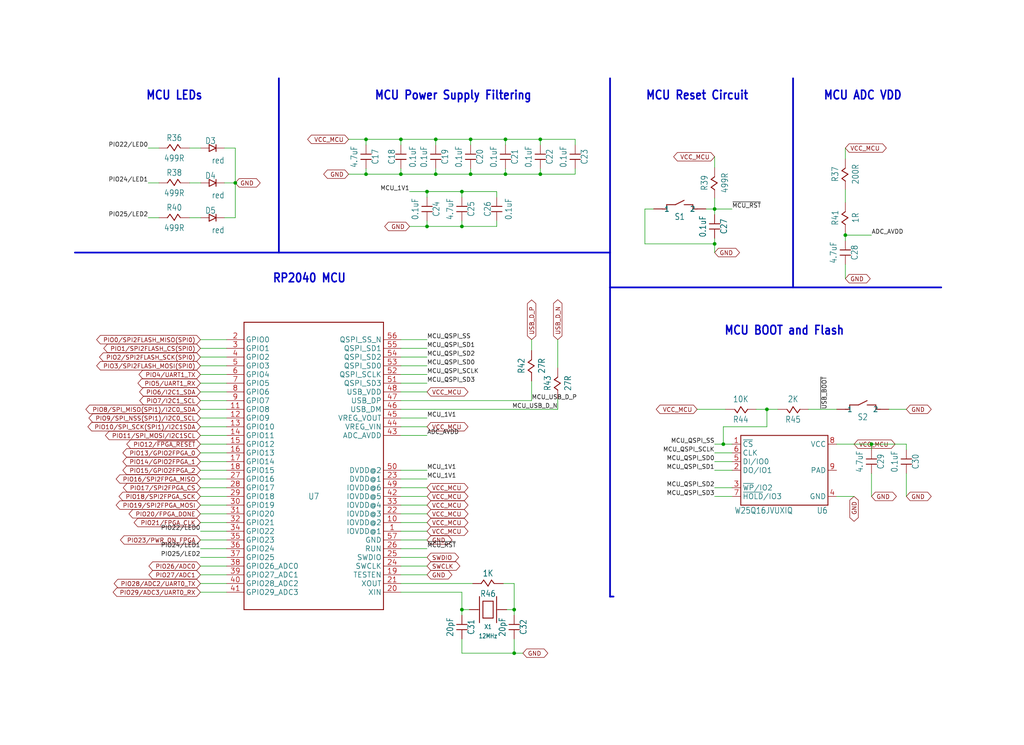
<source format=kicad_sch>
(kicad_sch (version 20250114) (generator "eeschema") (generator_version "9.0")
  (paper "User" 298.45 217.322)
  (lib_symbols
    (symbol "elasticnode_tiny-eagle-import:connectors_TACTILE-SWITCH"
      (property "Reference" "S" (at 0 -3.81 0))
      (symbol "connectors_TACTILE-SWITCH_1_0"
        (polyline (pts (xy -5.08 -2.54) (xy -3.81 -2.54)) (stroke (width 0.254)))
        (polyline (pts (xy -3.81 -1.27) (xy -1.27 -1.27)) (stroke (width 0.254)))
        (polyline (pts (xy -3.81 -2.54) (xy -3.81 -1.27)) (stroke (width 0.254)))
        (polyline (pts (xy -1.27 -1.27) (xy 1.27 0)) (stroke (width 0.254)))
        (polyline (pts (xy 3.81 -1.27) (xy 1.27 -1.27)) (stroke (width 0.254)))
        (polyline (pts (xy 3.81 -2.54) (xy 3.81 -1.27)) (stroke (width 0.254)))
        (polyline (pts (xy 5.08 -2.54) (xy 3.81 -2.54)) (stroke (width 0.254)))
        (pin bidirectional line (at -7.62 -2.54 0) (length 2.54) (name "1") (number "1"))
        (pin bidirectional line (at -7.62 -2.54 0) (length 2.54) (name "1") (number "2"))
        (pin bidirectional line (at 7.62 -2.54 180) (length 2.54) (name "2") (number "3"))
        (pin bidirectional line (at 7.62 -2.54 180) (length 2.54) (name "2") (number "4"))
      )
    )
    (symbol "elasticnode_tiny-eagle-import:device_RP2040"
      (property "Reference" "U" (at -2.54 40.64 0))
      (symbol "device_RP2040_1_0"
        (polyline (pts (xy -20.32 45.72) (xy -20.32 -38.1)) (stroke (width 0.254)))
        (polyline (pts (xy -20.32 -38.1) (xy 20.32 -38.1)) (stroke (width 0.254)))
        (polyline (pts (xy 20.32 45.72) (xy -20.32 45.72)) (stroke (width 0.254)))
        (polyline (pts (xy 20.32 -38.1) (xy 20.32 45.72)) (stroke (width 0.254)))
        (pin bidirectional line (at -25.4 40.64 0) (length 5.08) (name "GPIO0") (number "2"))
        (pin bidirectional line (at -25.4 38.1 0) (length 5.08) (name "GPIO1") (number "3"))
        (pin bidirectional line (at -25.4 35.56 0) (length 5.08) (name "GPIO2") (number "4"))
        (pin bidirectional line (at -25.4 33.02 0) (length 5.08) (name "GPIO3") (number "5"))
        (pin bidirectional line (at -25.4 30.48 0) (length 5.08) (name "GPIO4") (number "6"))
        (pin bidirectional line (at -25.4 27.94 0) (length 5.08) (name "GPIO5") (number "7"))
        (pin bidirectional line (at -25.4 25.4 0) (length 5.08) (name "GPIO6") (number "8"))
        (pin bidirectional line (at -25.4 22.86 0) (length 5.08) (name "GPIO7") (number "9"))
        (pin bidirectional line (at -25.4 20.32 0) (length 5.08) (name "GPIO8") (number "11"))
        (pin bidirectional line (at -25.4 17.78 0) (length 5.08) (name "GPIO9") (number "12"))
        (pin bidirectional line (at -25.4 15.24 0) (length 5.08) (name "GPIO10") (number "13"))
        (pin bidirectional line (at -25.4 12.7 0) (length 5.08) (name "GPIO11") (number "14"))
        (pin bidirectional line (at -25.4 10.16 0) (length 5.08) (name "GPIO12") (number "15"))
        (pin bidirectional line (at -25.4 7.62 0) (length 5.08) (name "GPIO13") (number "16"))
        (pin bidirectional line (at -25.4 5.08 0) (length 5.08) (name "GPIO14") (number "17"))
        (pin bidirectional line (at -25.4 2.54 0) (length 5.08) (name "GPIO15") (number "18"))
        (pin bidirectional line (at -25.4 0 0) (length 5.08) (name "GPIO16") (number "27"))
        (pin bidirectional line (at -25.4 -2.54 0) (length 5.08) (name "GPIO17") (number "28"))
        (pin bidirectional line (at -25.4 -5.08 0) (length 5.08) (name "GPIO18") (number "29"))
        (pin bidirectional line (at -25.4 -7.62 0) (length 5.08) (name "GPIO19") (number "30"))
        (pin bidirectional line (at -25.4 -10.16 0) (length 5.08) (name "GPIO20") (number "31"))
        (pin bidirectional line (at -25.4 -12.7 0) (length 5.08) (name "GPIO21") (number "32"))
        (pin bidirectional line (at -25.4 -15.24 0) (length 5.08) (name "GPIO22") (number "34"))
        (pin bidirectional line (at -25.4 -17.78 0) (length 5.08) (name "GPIO23") (number "35"))
        (pin bidirectional line (at -25.4 -20.32 0) (length 5.08) (name "GPIO24") (number "36"))
        (pin bidirectional line (at -25.4 -22.86 0) (length 5.08) (name "GPIO25") (number "37"))
        (pin bidirectional line (at -25.4 -25.4 0) (length 5.08) (name "GPIO26_ADC0") (number "38"))
        (pin bidirectional line (at -25.4 -27.94 0) (length 5.08) (name "GPIO27_ADC1") (number "39"))
        (pin bidirectional line (at -25.4 -30.48 0) (length 5.08) (name "GPIO28_ADC2") (number "40"))
        (pin bidirectional line (at -25.4 -33.02 0) (length 5.08) (name "GPIO29_ADC3") (number "41"))
        (pin bidirectional line (at 25.4 40.64 180) (length 5.08) (name "QSPI_SS_N") (number "56"))
        (pin bidirectional line (at 25.4 38.1 180) (length 5.08) (name "QSPI_SD1") (number "55"))
        (pin bidirectional line (at 25.4 35.56 180) (length 5.08) (name "QSPI_SD2") (number "54"))
        (pin bidirectional line (at 25.4 33.02 180) (length 5.08) (name "QSPI_SD0") (number "53"))
        (pin bidirectional line (at 25.4 30.48 180) (length 5.08) (name "QSPI_SCLK") (number "52"))
        (pin bidirectional line (at 25.4 27.94 180) (length 5.08) (name "QSPI_SD3") (number "51"))
        (pin bidirectional line (at 25.4 25.4 180) (length 5.08) (name "USB_VDD") (number "48"))
        (pin bidirectional line (at 25.4 22.86 180) (length 5.08) (name "USB_DP") (number "47"))
        (pin bidirectional line (at 25.4 20.32 180) (length 5.08) (name "USB_DM") (number "46"))
        (pin bidirectional line (at 25.4 17.78 180) (length 5.08) (name "VREG_VOUT") (number "45"))
        (pin bidirectional line (at 25.4 15.24 180) (length 5.08) (name "VREG_VIN") (number "44"))
        (pin bidirectional line (at 25.4 12.7 180) (length 5.08) (name "ADC_AVDD") (number "43"))
        (pin bidirectional line (at 25.4 2.54 180) (length 5.08) (name "DVDD@2") (number "50"))
        (pin bidirectional line (at 25.4 0 180) (length 5.08) (name "DVDD@1") (number "23"))
        (pin bidirectional line (at 25.4 -2.54 180) (length 5.08) (name "IOVDD@6") (number "49"))
        (pin bidirectional line (at 25.4 -5.08 180) (length 5.08) (name "IOVDD@5") (number "42"))
        (pin bidirectional line (at 25.4 -7.62 180) (length 5.08) (name "IOVDD@4") (number "33"))
        (pin bidirectional line (at 25.4 -10.16 180) (length 5.08) (name "IOVDD@3") (number "22"))
        (pin bidirectional line (at 25.4 -12.7 180) (length 5.08) (name "IOVDD@2") (number "10"))
        (pin bidirectional line (at 25.4 -15.24 180) (length 5.08) (name "IOVDD@1") (number "1"))
        (pin bidirectional line (at 25.4 -17.78 180) (length 5.08) (name "GND") (number "57"))
        (pin bidirectional line (at 25.4 -20.32 180) (length 5.08) (name "RUN") (number "26"))
        (pin bidirectional line (at 25.4 -22.86 180) (length 5.08) (name "SWDIO") (number "25"))
        (pin bidirectional line (at 25.4 -25.4 180) (length 5.08) (name "SWCLK") (number "24"))
        (pin bidirectional line (at 25.4 -27.94 180) (length 5.08) (name "TESTEN") (number "19"))
        (pin bidirectional line (at 25.4 -30.48 180) (length 5.08) (name "XOUT") (number "21"))
        (pin bidirectional line (at 25.4 -33.02 180) (length 5.08) (name "XIN") (number "20"))
      )
    )
    (symbol "elasticnode_tiny-eagle-import:ic_W25Q16JVUXIQ"
      (property "Reference" "U" (at -12.7 -12.7 0))
      (symbol "ic_W25Q16JVUXIQ_1_0"
        (polyline (pts (xy -12.7 10.16) (xy 12.7 10.16)) (stroke (width 0.254)))
        (polyline (pts (xy -12.7 -10.16) (xy -12.7 10.16)) (stroke (width 0.254)))
        (polyline (pts (xy 12.7 10.16) (xy 12.7 -10.16)) (stroke (width 0.254)))
        (polyline (pts (xy 12.7 -10.16) (xy -12.7 -10.16)) (stroke (width 0.254)))
        (pin bidirectional line (at -15.24 7.62 0) (length 2.54) (name "VCC") (number "8"))
        (pin bidirectional line (at -15.24 0 0) (length 2.54) (name "PAD") (number "9"))
        (pin bidirectional line (at -15.24 -7.62 0) (length 2.54) (name "GND") (number "4"))
        (pin input line (at 15.24 7.62 180) (length 2.54) (name "~{CS}") (number "1"))
        (pin input line (at 15.24 5.08 180) (length 2.54) (name "CLK") (number "6"))
        (pin bidirectional line (at 15.24 2.54 180) (length 2.54) (name "DI/IO0") (number "5"))
        (pin bidirectional line (at 15.24 0 180) (length 2.54) (name "DO/IO1") (number "2"))
        (pin bidirectional line (at 15.24 -5.08 180) (length 2.54) (name "~{WP}/IO2") (number "3"))
        (pin bidirectional line (at 15.24 -7.62 180) (length 2.54) (name "~{HOLD}/IO3") (number "7"))
      )
    )
    (symbol "elasticnode_tiny-eagle-import:opto_LED0402"
      (property "Reference" "D" (at -3 2 0))
      (symbol "opto_LED0402_1_0"
        (polyline (pts (xy -1 1) (xy -1 -1)) (stroke (width 0.254)))
        (polyline (pts (xy -1 -1) (xy 1 0)) (stroke (width 0.254)))
        (polyline (pts (xy 1 1) (xy 1 0)) (stroke (width 0.254)))
        (polyline (pts (xy 1 0) (xy -1 1)) (stroke (width 0.254)))
        (polyline (pts (xy 1 0) (xy 1 -1)) (stroke (width 0.254)))
        (pin bidirectional line (at -3.46 0 0) (length 2.54) (name "1") (number "1"))
        (pin bidirectional line (at 3.46 0 180) (length 2.54) (name "2") (number "2"))
      )
    )
    (symbol "elasticnode_tiny-eagle-import:passive_CAPACITOR0402"
      (property "Reference" "C" (at 0 1.714 0))
      (symbol "passive_CAPACITOR0402_1_0"
        (polyline (pts (xy -0.762 1.524) (xy -0.762 -1.524)) (stroke (width 0.254)))
        (polyline (pts (xy 0.762 -1.524) (xy 0.762 1.524)) (stroke (width 0.254)))
        (pin bidirectional line (at -3.46 0 0) (length 2.54) (name "P$1") (number "1"))
        (pin bidirectional line (at 3.46 0 180) (length 2.54) (name "P$2") (number "2"))
      )
    )
    (symbol "elasticnode_tiny-eagle-import:passive_CAPACITOR0603"
      (property "Reference" "C" (at 0 1.714 0))
      (symbol "passive_CAPACITOR0603_1_0"
        (polyline (pts (xy -0.762 1.524) (xy -0.762 -1.524)) (stroke (width 0.254)))
        (polyline (pts (xy 0.762 -1.524) (xy 0.762 1.524)) (stroke (width 0.254)))
        (pin bidirectional line (at -3.46 0 0) (length 2.54) (name "P$1") (number "1"))
        (pin bidirectional line (at 3.46 0 180) (length 2.54) (name "P$2") (number "2"))
      )
    )
    (symbol "elasticnode_tiny-eagle-import:passive_QUARTZ"
      (property "Reference" "X" (at 0 7 0))
      (symbol "passive_QUARTZ_1_0"
        (polyline (pts (xy -3 0) (xy -2.5 0)) (stroke (width 0.1524)))
        (polyline (pts (xy -2.5 3.81) (xy -2.5 0)) (stroke (width 0.254)))
        (polyline (pts (xy -2.5 0) (xy -2.5 -3.81)) (stroke (width 0.254)))
        (polyline (pts (xy -1.5 2.46) (xy -1.5 -2.46)) (stroke (width 0.254)))
        (polyline (pts (xy -1.5 -2.46) (xy 1.5 -2.46)) (stroke (width 0.254)))
        (polyline (pts (xy 1.5 2.46) (xy -1.5 2.46)) (stroke (width 0.254)))
        (polyline (pts (xy 1.5 -2.46) (xy 1.5 2.46)) (stroke (width 0.254)))
        (polyline (pts (xy 2.5 3.81) (xy 2.5 0)) (stroke (width 0.254)))
        (polyline (pts (xy 2.5 0) (xy 2.5 -3.81)) (stroke (width 0.254)))
        (polyline (pts (xy 2.5 0) (xy 3 0)) (stroke (width 0.1524)))
        (pin bidirectional line (at -5.46 0 0) (length 2.54) (name "P$1") (number "1"))
        (pin bidirectional line (at 5.46 0 180) (length 2.54) (name "P$2") (number "3"))
      )
    )
    (symbol "elasticnode_tiny-eagle-import:passive_RESISTORSMD_0402"
      (property "Reference" "R" (at 0 2 0))
      (symbol "passive_RESISTORSMD_0402_1_0"
        (polyline (pts (xy -2 0) (xy -1.27 1.016)) (stroke (width 0.254)))
        (polyline (pts (xy -1.27 1.016) (xy 0 -0.762)) (stroke (width 0.254)))
        (polyline (pts (xy 0 -0.762) (xy 1.016 1.016)) (stroke (width 0.254)))
        (polyline (pts (xy 1.016 1.016) (xy 1.778 0)) (stroke (width 0.254)))
        (pin bidirectional line (at -4.46 0 0) (length 2.54) (name "1") (number "1"))
        (pin bidirectional line (at 4.46 0 180) (length 2.54) (name "2") (number "2"))
      )
    )
  )
  (text "MCU Power Supply Filtering" (at 132.08 27.94 0) (effects (font (size 2.54 2.159) (thickness 0.4318) (bold yes))))
  (text "MCU BOOT and Flash" (at 228.6 96.52 0) (effects (font (size 2.54 2.159) (thickness 0.4318) (bold yes))))
  (text "MCU Reset Circuit" (at 203.2 27.94 0) (effects (font (size 2.54 2.159) (thickness 0.4318) (bold yes))))
  (text "RP2040 MCU" (at 90.17 81.28 0) (effects (font (size 2.54 2.159) (thickness 0.4318) (bold yes))))
  (text "MCU LEDs" (at 50.8 27.94 0) (effects (font (size 2.54 2.159) (thickness 0.4318) (bold yes))))
  (text "MCU ADC VDD" (at 251.46 27.94 0) (effects (font (size 2.54 2.159) (thickness 0.4318) (bold yes))))
  (junction (at 134.62 66.04))
  (junction (at 116.84 50.8))
  (junction (at 124.46 66.04))
  (junction (at 106.68 50.8))
  (junction (at 116.84 40.64))
  (junction (at 134.62 177.8))
  (junction (at 149.86 177.8))
  (junction (at 223.52 119.38))
  (junction (at 147.32 50.8))
  (junction (at 127 40.64))
  (junction (at 157.48 40.64))
  (junction (at 208.28 71.12))
  (junction (at 157.48 50.8))
  (junction (at 127 50.8))
  (junction (at 68.58 53.34))
  (junction (at 149.86 190.5))
  (junction (at 137.16 50.8))
  (junction (at 137.16 40.64))
  (junction (at 124.46 55.88))
  (junction (at 134.62 55.88))
  (junction (at 246.38 68.58))
  (junction (at 208.28 60.96))
  (junction (at 254 129.54))
  (junction (at 147.32 40.64))
  (junction (at 106.68 40.64))
  (junction (at 210.82 129.54))
  (wire (pts (xy 134.62 190.5) (xy 149.86 190.5)) (stroke (width 0.1524)))
  (wire (pts (xy 116.84 147.32) (xy 124.46 147.32)) (stroke (width 0.1524)))
  (wire (pts (xy 66.04 111.76) (xy 58.42 111.76)) (stroke (width 0.1524)))
  (wire (pts (xy 106.68 49.18) (xy 106.68 50.8)) (stroke (width 0.1524)))
  (wire (pts (xy 137.16 49.18) (xy 137.16 50.8)) (stroke (width 0.1524)))
  (wire (pts (xy 116.84 142.24) (xy 124.46 142.24)) (stroke (width 0.1524)))
  (wire (pts (xy 149.86 177.8) (xy 149.86 179.42)) (stroke (width 0.1524)))
  (wire (pts (xy 254 129.54) (xy 243.84 129.54)) (stroke (width 0.1524)))
  (wire (pts (xy 134.62 172.72) (xy 134.62 177.8)) (stroke (width 0.1524)))
  (polyline (pts (xy 81.28 73.66) (xy 177.8 73.66)) (stroke (width 0.508) (type solid)))
  (wire (pts (xy 144.78 55.88) (xy 134.62 55.88)) (stroke (width 0.1524)))
  (wire (pts (xy 208.28 60.96) (xy 208.28 57.8)) (stroke (width 0.1524)))
  (wire (pts (xy 116.84 167.64) (xy 124.46 167.64)) (stroke (width 0.1524)))
  (wire (pts (xy 157.48 50.8) (xy 147.32 50.8)) (stroke (width 0.1524)))
  (wire (pts (xy 106.68 50.8) (xy 101.6 50.8)) (stroke (width 0.1524)))
  (wire (pts (xy 116.84 154.94) (xy 124.46 154.94)) (stroke (width 0.1524)))
  (wire (pts (xy 208.28 71.12) (xy 208.28 73.66)) (stroke (width 0.1524)))
  (wire (pts (xy 46.34 53.34) (xy 43.18 53.34)) (stroke (width 0.1524)))
  (wire (pts (xy 116.84 49.18) (xy 116.84 50.8)) (stroke (width 0.1524)))
  (wire (pts (xy 58.5 43.18) (xy 55.26 43.18)) (stroke (width 0.1524)))
  (wire (pts (xy 149.86 186.34) (xy 149.86 190.5)) (stroke (width 0.1524)))
  (wire (pts (xy 208.28 71.12) (xy 208.28 69.5)) (stroke (width 0.1524)))
  (wire (pts (xy 136.78 177.8) (xy 134.62 177.8)) (stroke (width 0.1524)))
  (wire (pts (xy 147.32 42.26) (xy 147.32 40.64)) (stroke (width 0.1524)))
  (wire (pts (xy 66.04 124.46) (xy 58.42 124.46)) (stroke (width 0.1524)))
  (wire (pts (xy 116.84 162.56) (xy 124.46 162.56)) (stroke (width 0.1524)))
  (wire (pts (xy 116.84 42.26) (xy 116.84 40.64)) (stroke (width 0.1524)))
  (wire (pts (xy 223.52 119.38) (xy 220.36 119.38)) (stroke (width 0.1524)))
  (wire (pts (xy 134.62 186.34) (xy 134.62 190.5)) (stroke (width 0.1524)))
  (polyline (pts (xy 21.844 73.66) (xy 81.28 73.66)) (stroke (width 0.508) (type solid)))
  (wire (pts (xy 144.78 66.04) (xy 134.62 66.04)) (stroke (width 0.1524)))
  (wire (pts (xy 65.42 63.5) (xy 68.58 63.5)) (stroke (width 0.1524)))
  (wire (pts (xy 66.04 99.06) (xy 58.42 99.06)) (stroke (width 0.1524)))
  (wire (pts (xy 246.38 55.26) (xy 246.38 59.04)) (stroke (width 0.1524)))
  (wire (pts (xy 116.84 99.06) (xy 124.46 99.06)) (stroke (width 0.1524)))
  (wire (pts (xy 246.38 68.58) (xy 246.38 67.96)) (stroke (width 0.1524)))
  (wire (pts (xy 106.68 42.26) (xy 106.68 40.64)) (stroke (width 0.1524)))
  (wire (pts (xy 116.84 172.72) (xy 134.62 172.72)) (stroke (width 0.1524)))
  (wire (pts (xy 154.94 116.84) (xy 154.94 111.14)) (stroke (width 0.1524)))
  (wire (pts (xy 66.04 157.48) (xy 58.42 157.48)) (stroke (width 0.1524)))
  (wire (pts (xy 66.04 139.7) (xy 58.42 139.7)) (stroke (width 0.1524)))
  (wire (pts (xy 146.7 170.18) (xy 149.86 170.18)) (stroke (width 0.1524)))
  (wire (pts (xy 116.84 109.22) (xy 124.46 109.22)) (stroke (width 0.1524)))
  (wire (pts (xy 246.38 77.12) (xy 246.38 81.28)) (stroke (width 0.1524)))
  (wire (pts (xy 190.5 60.96) (xy 187.96 60.96)) (stroke (width 0.1524)))
  (wire (pts (xy 246.38 46.34) (xy 246.38 43.18)) (stroke (width 0.1524)))
  (wire (pts (xy 58.5 53.34) (xy 55.26 53.34)) (stroke (width 0.1524)))
  (wire (pts (xy 157.48 40.64) (xy 157.48 42.26)) (stroke (width 0.1524)))
  (wire (pts (xy 208.28 45.72) (xy 208.28 48.88)) (stroke (width 0.1524)))
  (wire (pts (xy 124.46 57.5) (xy 124.46 55.88)) (stroke (width 0.1524)))
  (wire (pts (xy 65.42 53.34) (xy 68.58 53.34)) (stroke (width 0.1524)))
  (wire (pts (xy 116.84 152.4) (xy 124.46 152.4)) (stroke (width 0.1524)))
  (wire (pts (xy 124.46 139.7) (xy 116.84 139.7)) (stroke (width 0.1524)))
  (wire (pts (xy 66.04 132.08) (xy 58.42 132.08)) (stroke (width 0.1524)))
  (wire (pts (xy 116.84 160.02) (xy 124.46 160.02)) (stroke (width 0.1524)))
  (wire (pts (xy 116.84 101.6) (xy 124.46 101.6)) (stroke (width 0.1524)))
  (wire (pts (xy 246.38 68.58) (xy 254 68.58)) (stroke (width 0.1524)))
  (wire (pts (xy 46.34 63.5) (xy 43.18 63.5)) (stroke (width 0.1524)))
  (wire (pts (xy 213.36 134.62) (xy 208.28 134.62)) (stroke (width 0.1524)))
  (wire (pts (xy 124.46 114.3) (xy 116.84 114.3)) (stroke (width 0.1524)))
  (wire (pts (xy 116.84 157.48) (xy 124.46 157.48)) (stroke (width 0.1524)))
  (wire (pts (xy 167.64 49.18) (xy 167.64 50.8)) (stroke (width 0.1524)))
  (wire (pts (xy 68.58 63.5) (xy 68.58 53.34)) (stroke (width 0.1524)))
  (wire (pts (xy 187.96 60.96) (xy 187.96 71.12)) (stroke (width 0.1524)))
  (wire (pts (xy 116.84 121.92) (xy 124.46 121.92)) (stroke (width 0.1524)))
  (wire (pts (xy 243.84 144.78) (xy 248.92 144.78)) (stroke (width 0.1524)))
  (wire (pts (xy 223.52 124.46) (xy 210.82 124.46)) (stroke (width 0.1524)))
  (wire (pts (xy 147.32 49.18) (xy 147.32 50.8)) (stroke (width 0.1524)))
  (wire (pts (xy 134.62 177.8) (xy 134.62 179.42)) (stroke (width 0.1524)))
  (wire (pts (xy 116.84 137.16) (xy 124.46 137.16)) (stroke (width 0.1524)))
  (wire (pts (xy 66.04 152.4) (xy 58.42 152.4)) (stroke (width 0.1524)))
  (wire (pts (xy 46.34 43.18) (xy 43.18 43.18)) (stroke (width 0.1524)))
  (wire (pts (xy 154.94 102.22) (xy 154.94 99.06)) (stroke (width 0.1524)))
  (wire (pts (xy 66.04 142.24) (xy 58.42 142.24)) (stroke (width 0.1524)))
  (wire (pts (xy 66.04 127) (xy 58.42 127)) (stroke (width 0.1524)))
  (wire (pts (xy 210.82 124.46) (xy 210.82 129.54)) (stroke (width 0.1524)))
  (wire (pts (xy 116.84 106.68) (xy 124.46 106.68)) (stroke (width 0.1524)))
  (wire (pts (xy 208.28 62.58) (xy 208.28 60.96)) (stroke (width 0.1524)))
  (wire (pts (xy 66.04 154.94) (xy 58.42 154.94)) (stroke (width 0.1524)))
  (wire (pts (xy 254 131.16) (xy 254 129.54)) (stroke (width 0.1524)))
  (wire (pts (xy 116.84 40.64) (xy 106.68 40.64)) (stroke (width 0.1524)))
  (wire (pts (xy 116.84 149.86) (xy 124.46 149.86)) (stroke (width 0.1524)))
  (wire (pts (xy 116.84 116.84) (xy 154.94 116.84)) (stroke (width 0.1524)))
  (wire (pts (xy 162.56 119.38) (xy 162.56 116.22)) (stroke (width 0.1524)))
  (wire (pts (xy 116.84 40.64) (xy 127 40.64)) (stroke (width 0.1524)))
  (polyline (pts (xy 231.14 83.82) (xy 274.32 83.82)) (stroke (width 0.508) (type solid)))
  (polyline (pts (xy 177.8 73.66) (xy 177.8 22.86)) (stroke (width 0.508) (type solid)))
  (wire (pts (xy 66.04 106.68) (xy 58.42 106.68)) (stroke (width 0.1524)))
  (wire (pts (xy 134.62 64.42) (xy 134.62 66.04)) (stroke (width 0.1524)))
  (wire (pts (xy 147.32 40.64) (xy 157.48 40.64)) (stroke (width 0.1524)))
  (wire (pts (xy 187.96 71.12) (xy 208.28 71.12)) (stroke (width 0.1524)))
  (wire (pts (xy 66.04 129.54) (xy 58.42 129.54)) (stroke (width 0.1524)))
  (wire (pts (xy 58.5 63.5) (xy 55.26 63.5)) (stroke (width 0.1524)))
  (wire (pts (xy 134.62 55.88) (xy 124.46 55.88)) (stroke (width 0.1524)))
  (polyline (pts (xy 177.8 173.99) (xy 178.816 173.99)) (stroke (width 0.508) (type solid)))
  (wire (pts (xy 137.16 42.26) (xy 137.16 40.64)) (stroke (width 0.1524)))
  (polyline (pts (xy 177.8 83.82) (xy 231.14 83.82)) (stroke (width 0.508) (type solid)))
  (wire (pts (xy 116.84 111.76) (xy 124.46 111.76)) (stroke (width 0.1524)))
  (wire (pts (xy 116.84 124.46) (xy 124.46 124.46)) (stroke (width 0.1524)))
  (wire (pts (xy 66.04 165.1) (xy 58.42 165.1)) (stroke (width 0.1524)))
  (wire (pts (xy 147.7 177.8) (xy 149.86 177.8)) (stroke (width 0.1524)))
  (wire (pts (xy 147.32 50.8) (xy 137.16 50.8)) (stroke (width 0.1524)))
  (polyline (pts (xy 231.14 83.82) (xy 231.14 22.86)) (stroke (width 0.508) (type solid)))
  (polyline (pts (xy 177.8 83.82) (xy 177.8 173.99)) (stroke (width 0.508) (type solid)))
  (wire (pts (xy 157.48 49.18) (xy 157.48 50.8)) (stroke (width 0.1524)))
  (wire (pts (xy 134.62 57.5) (xy 134.62 55.88)) (stroke (width 0.1524)))
  (wire (pts (xy 66.04 160.02) (xy 58.42 160.02)) (stroke (width 0.1524)))
  (wire (pts (xy 116.84 104.14) (xy 124.46 104.14)) (stroke (width 0.1524)))
  (wire (pts (xy 213.36 144.78) (xy 208.28 144.78)) (stroke (width 0.1524)))
  (wire (pts (xy 246.38 70.2) (xy 246.38 68.58)) (stroke (width 0.1524)))
  (wire (pts (xy 66.04 104.14) (xy 58.42 104.14)) (stroke (width 0.1524)))
  (wire (pts (xy 66.04 144.78) (xy 58.42 144.78)) (stroke (width 0.1524)))
  (wire (pts (xy 144.78 64.42) (xy 144.78 66.04)) (stroke (width 0.1524)))
  (wire (pts (xy 66.04 101.6) (xy 58.42 101.6)) (stroke (width 0.1524)))
  (wire (pts (xy 58.42 109.22) (xy 66.04 109.22)) (stroke (width 0.1524)))
  (wire (pts (xy 66.04 167.64) (xy 58.42 167.64)) (stroke (width 0.1524)))
  (wire (pts (xy 137.16 50.8) (xy 127 50.8)) (stroke (width 0.1524)))
  (wire (pts (xy 127 40.64) (xy 137.16 40.64)) (stroke (width 0.1524)))
  (wire (pts (xy 213.36 129.54) (xy 210.82 129.54)) (stroke (width 0.1524)))
  (wire (pts (xy 116.84 165.1) (xy 124.46 165.1)) (stroke (width 0.1524)))
  (wire (pts (xy 210.82 129.54) (xy 208.28 129.54)) (stroke (width 0.1524)))
  (wire (pts (xy 66.04 134.62) (xy 58.42 134.62)) (stroke (width 0.1524)))
  (wire (pts (xy 106.68 40.64) (xy 101.6 40.64)) (stroke (width 0.1524)))
  (wire (pts (xy 264.16 138.08) (xy 264.16 144.78)) (stroke (width 0.1524)))
  (wire (pts (xy 66.04 114.3) (xy 58.42 114.3)) (stroke (width 0.1524)))
  (wire (pts (xy 157.48 40.64) (xy 167.64 40.64)) (stroke (width 0.1524)))
  (wire (pts (xy 66.04 147.32) (xy 58.42 147.32)) (stroke (width 0.1524)))
  (wire (pts (xy 127 49.18) (xy 127 50.8)) (stroke (width 0.1524)))
  (wire (pts (xy 144.78 57.5) (xy 144.78 55.88)) (stroke (width 0.1524)))
  (wire (pts (xy 134.62 66.04) (xy 124.46 66.04)) (stroke (width 0.1524)))
  (wire (pts (xy 137.16 40.64) (xy 147.32 40.64)) (stroke (width 0.1524)))
  (wire (pts (xy 68.58 53.34) (xy 68.58 43.18)) (stroke (width 0.1524)))
  (wire (pts (xy 205.74 60.96) (xy 208.28 60.96)) (stroke (width 0.1524)))
  (wire (pts (xy 124.46 55.88) (xy 119.38 55.88)) (stroke (width 0.1524)))
  (wire (pts (xy 127 50.8) (xy 116.84 50.8)) (stroke (width 0.1524)))
  (wire (pts (xy 66.04 116.84) (xy 58.42 116.84)) (stroke (width 0.1524)))
  (wire (pts (xy 157.48 50.8) (xy 167.64 50.8)) (stroke (width 0.1524)))
  (wire (pts (xy 116.84 50.8) (xy 106.68 50.8)) (stroke (width 0.1524)))
  (wire (pts (xy 116.84 127) (xy 124.46 127)) (stroke (width 0.1524)))
  (wire (pts (xy 66.04 172.72) (xy 58.42 172.72)) (stroke (width 0.1524)))
  (wire (pts (xy 208.28 60.96) (xy 213.36 60.96)) (stroke (width 0.1524)))
  (wire (pts (xy 254 138.08) (xy 254 144.78)) (stroke (width 0.1524)))
  (wire (pts (xy 162.56 99.06) (xy 162.56 107.3)) (stroke (width 0.1524)))
  (wire (pts (xy 211.44 119.38) (xy 203.2 119.38)) (stroke (width 0.1524)))
  (wire (pts (xy 66.04 121.92) (xy 58.42 121.92)) (stroke (width 0.1524)))
  (wire (pts (xy 213.36 137.16) (xy 208.28 137.16)) (stroke (width 0.1524)))
  (wire (pts (xy 259.08 119.38) (xy 264.16 119.38)) (stroke (width 0.1524)))
  (wire (pts (xy 213.36 132.08) (xy 208.28 132.08)) (stroke (width 0.1524)))
  (wire (pts (xy 149.86 190.5) (xy 152.4 190.5)) (stroke (width 0.1524)))
  (polyline (pts (xy 177.8 73.66) (xy 177.8 83.82)) (stroke (width 0.508) (type solid)))
  (wire (pts (xy 66.04 170.18) (xy 58.42 170.18)) (stroke (width 0.1524)))
  (wire (pts (xy 223.52 119.38) (xy 223.52 124.46)) (stroke (width 0.1524)))
  (wire (pts (xy 66.04 137.16) (xy 58.42 137.16)) (stroke (width 0.1524)))
  (wire (pts (xy 66.04 149.86) (xy 58.42 149.86)) (stroke (width 0.1524)))
  (polyline (pts (xy 81.28 73.66) (xy 81.28 22.86)) (stroke (width 0.508) (type solid)))
  (wire (pts (xy 124.46 66.04) (xy 119.38 66.04)) (stroke (width 0.1524)))
  (wire (pts (xy 66.04 162.56) (xy 58.42 162.56)) (stroke (width 0.1524)))
  (wire (pts (xy 116.84 170.18) (xy 137.78 170.18)) (stroke (width 0.1524)))
  (wire (pts (xy 66.04 119.38) (xy 58.42 119.38)) (stroke (width 0.1524)))
  (wire (pts (xy 127 42.26) (xy 127 40.64)) (stroke (width 0.1524)))
  (wire (pts (xy 124.46 64.42) (xy 124.46 66.04)) (stroke (width 0.1524)))
  (wire (pts (xy 116.84 119.38) (xy 162.56 119.38)) (stroke (width 0.1524)))
  (wire (pts (xy 68.58 43.18) (xy 65.42 43.18)) (stroke (width 0.1524)))
  (wire (pts (xy 254 129.54) (xy 264.16 129.54)) (stroke (width 0.1524)))
  (wire (pts (xy 167.64 40.64) (xy 167.64 42.26)) (stroke (width 0.1524)))
  (wire (pts (xy 264.16 129.54) (xy 264.16 131.16)) (stroke (width 0.1524)))
  (wire (pts (xy 116.84 144.78) (xy 124.46 144.78)) (stroke (width 0.1524)))
  (wire (pts (xy 243.84 119.38) (xy 235.6 119.38)) (stroke (width 0.1524)))
  (wire (pts (xy 213.36 142.24) (xy 208.28 142.24)) (stroke (width 0.1524)))
  (wire (pts (xy 226.68 119.38) (xy 223.52 119.38)) (stroke (width 0.1524)))
  (wire (pts (xy 149.86 170.18) (xy 149.86 177.8)) (stroke (width 0.1524)))
  (label "PIO24/LED1" (at 43.18 53.34 180) (effects (font (size 1.2446 1.2446))))
  (label "MCU_1V1" (at 124.46 121.92 0) (effects (font (size 1.2446 1.2446))))
  (label "MCU_QSPI_SS" (at 124.46 99.06 0) (effects (font (size 1.2446 1.2446))))
  (label "PIO25/LED2" (at 58.42 162.56 180) (effects (font (size 1.2446 1.2446))))
  (label "ADC_AVDD" (at 124.46 127 0) (effects (font (size 1.2446 1.2446))))
  (label "PIO25/LED2" (at 43.18 63.5 180) (effects (font (size 1.2446 1.2446))))
  (label "MCU_QSPI_SCLK" (at 208.28 132.08 180) (effects (font (size 1.2446 1.2446))))
  (label "MCU_USB_D_P" (at 154.94 116.84 0) (effects (font (size 1.2446 1.2446))))
  (label "MCU_QSPI_SD0" (at 124.46 106.68 0) (effects (font (size 1.2446 1.2446))))
  (label "MCU_USB_D_N" (at 162.56 119.38 180) (effects (font (size 1.2446 1.2446))))
  (label "PIO22/LED0" (at 58.42 154.94 180) (effects (font (size 1.2446 1.2446))))
  (label "MCU_QSPI_SD0" (at 208.28 134.62 180) (effects (font (size 1.2446 1.2446))))
  (label "MCU_QSPI_SD3" (at 208.28 144.78 180) (effects (font (size 1.2446 1.2446))))
  (label "MCU_1V1" (at 119.38 55.88 180) (effects (font (size 1.2446 1.2446))))
  (label "MCU_QSPI_SD1" (at 208.28 137.16 180) (effects (font (size 1.2446 1.2446))))
  (label "MCU_QSPI_SS" (at 208.28 129.54 180) (effects (font (size 1.2446 1.2446))))
  (label "PIO22/LED0" (at 43.18 43.18 180) (effects (font (size 1.2446 1.2446))))
  (label "ADC_AVDD" (at 254 68.58 0) (effects (font (size 1.2446 1.2446))))
  (label "PIO24/LED1" (at 58.42 160.02 180) (effects (font (size 1.2446 1.2446))))
  (label "MCU_QSPI_SD3" (at 124.46 111.76 0) (effects (font (size 1.2446 1.2446))))
  (label "MCU_QSPI_SD1" (at 124.46 101.6 0) (effects (font (size 1.2446 1.2446))))
  (label "MCU_QSPI_SCLK" (at 124.46 109.22 0) (effects (font (size 1.2446 1.2446))))
  (label "~{MCU_RST}" (at 213.36 60.96 0) (effects (font (size 1.2446 1.2446))))
  (label "MCU_1V1" (at 124.46 139.7 0) (effects (font (size 1.2446 1.2446))))
  (label "~{MCU_RST}" (at 124.46 160.02 0) (effects (font (size 1.2446 1.2446))))
  (label "MCU_1V1" (at 124.46 137.16 0) (effects (font (size 1.2446 1.2446))))
  (label "MCU_QSPI_SD2" (at 208.28 142.24 180) (effects (font (size 1.2446 1.2446))))
  (label "MCU_QSPI_SD2" (at 124.46 104.14 0) (effects (font (size 1.2446 1.2446))))
  (label "~{USB_BOOT}" (at 241.3 119.38 90) (effects (font (size 1.2446 1.2446))))
  (global_label "PIO26/ADC0" (shape bidirectional) (at 58.42 165.1 180) (effects (font (size 1.2446 1.2446))) (property "Intersheetrefs" "${INTERSHEET_REFS}" (effects (hide yes))))
  (global_label "PIO11/SPI_MOSI/I2C1SCL" (shape bidirectional) (at 58.42 127 180) (effects (font (size 1.2446 1.2446))) (property "Intersheetrefs" "${INTERSHEET_REFS}" (effects (hide yes))))
  (global_label "PIO8/SPI_MISO(SPI1)/I2C0_SDA" (shape bidirectional) (at 58.42 119.38 180) (effects (font (size 1.2446 1.2446))) (property "Intersheetrefs" "${INTERSHEET_REFS}" (effects (hide yes))))
  (global_label "PIO15/GPIO2FPGA_2" (shape bidirectional) (at 58.42 137.16 180) (effects (font (size 1.2446 1.2446))) (property "Intersheetrefs" "${INTERSHEET_REFS}" (effects (hide yes))))
  (global_label "VCC_MCU" (shape bidirectional) (at 203.2 119.38 180) (effects (font (size 1.2446 1.2446))) (property "Intersheetrefs" "${INTERSHEET_REFS}" (effects (hide yes))))
  (global_label "PIO17/SPI2FPGA_CS" (shape bidirectional) (at 58.42 142.24 180) (effects (font (size 1.2446 1.2446))) (property "Intersheetrefs" "${INTERSHEET_REFS}" (effects (hide yes))))
  (global_label "PIO5/UART1_RX" (shape bidirectional) (at 58.42 111.76 180) (effects (font (size 1.2446 1.2446))) (property "Intersheetrefs" "${INTERSHEET_REFS}" (effects (hide yes))))
  (global_label "GND" (shape bidirectional) (at 68.58 53.34 0) (effects (font (size 1.2446 1.2446))) (property "Intersheetrefs" "${INTERSHEET_REFS}" (effects (hide yes))))
  (global_label "PIO13/GPIO2FPGA_0" (shape bidirectional) (at 58.42 132.08 180) (effects (font (size 1.2446 1.2446))) (property "Intersheetrefs" "${INTERSHEET_REFS}" (effects (hide yes))))
  (global_label "GND" (shape bidirectional) (at 119.38 66.04 180) (effects (font (size 1.2446 1.2446))) (property "Intersheetrefs" "${INTERSHEET_REFS}" (effects (hide yes))))
  (global_label "GND" (shape bidirectional) (at 254 144.78 0) (effects (font (size 1.2446 1.2446))) (property "Intersheetrefs" "${INTERSHEET_REFS}" (effects (hide yes))))
  (global_label "VCC_MCU" (shape bidirectional) (at 248.92 129.54 0) (effects (font (size 1.2446 1.2446))) (property "Intersheetrefs" "${INTERSHEET_REFS}" (effects (hide yes))))
  (global_label "USB_D_N" (shape bidirectional) (at 162.56 99.06 90) (effects (font (size 1.2446 1.2446))) (property "Intersheetrefs" "${INTERSHEET_REFS}" (effects (hide yes))))
  (global_label "PIO7/I2C1_SCL" (shape bidirectional) (at 58.42 116.84 180) (effects (font (size 1.2446 1.2446))) (property "Intersheetrefs" "${INTERSHEET_REFS}" (effects (hide yes))))
  (global_label "PIO18/SPI2FPGA_SCK" (shape bidirectional) (at 58.42 144.78 180) (effects (font (size 1.2446 1.2446))) (property "Intersheetrefs" "${INTERSHEET_REFS}" (effects (hide yes))))
  (global_label "PIO3/SPI2FLASH_MOSI(SPI0)" (shape bidirectional) (at 58.42 106.68 180) (effects (font (size 1.2446 1.2446))) (property "Intersheetrefs" "${INTERSHEET_REFS}" (effects (hide yes))))
  (global_label "PIO14/GPIO2FPGA_1" (shape bidirectional) (at 58.42 134.62 180) (effects (font (size 1.2446 1.2446))) (property "Intersheetrefs" "${INTERSHEET_REFS}" (effects (hide yes))))
  (global_label "PIO12/~{FPGA_RESET}" (shape bidirectional) (at 58.42 129.54 180) (effects (font (size 1.2446 1.2446))) (property "Intersheetrefs" "${INTERSHEET_REFS}" (effects (hide yes))))
  (global_label "VCC_MCU" (shape bidirectional) (at 208.28 45.72 180) (effects (font (size 1.2446 1.2446))) (property "Intersheetrefs" "${INTERSHEET_REFS}" (effects (hide yes))))
  (global_label "PIO27/ADC1" (shape bidirectional) (at 58.42 167.64 180) (effects (font (size 1.2446 1.2446))) (property "Intersheetrefs" "${INTERSHEET_REFS}" (effects (hide yes))))
  (global_label "GND" (shape bidirectional) (at 124.46 167.64 0) (effects (font (size 1.2446 1.2446))) (property "Intersheetrefs" "${INTERSHEET_REFS}" (effects (hide yes))))
  (global_label "VCC_MCU" (shape bidirectional) (at 124.46 149.86 0) (effects (font (size 1.2446 1.2446))) (property "Intersheetrefs" "${INTERSHEET_REFS}" (effects (hide yes))))
  (global_label "VCC_MCU" (shape bidirectional) (at 124.46 114.3 0) (effects (font (size 1.2446 1.2446))) (property "Intersheetrefs" "${INTERSHEET_REFS}" (effects (hide yes))))
  (global_label "PIO29/ADC3/UART0_RX" (shape bidirectional) (at 58.42 172.72 180) (effects (font (size 1.2446 1.2446))) (property "Intersheetrefs" "${INTERSHEET_REFS}" (effects (hide yes))))
  (global_label "GND" (shape bidirectional) (at 246.38 81.28 0) (effects (font (size 1.2446 1.2446))) (property "Intersheetrefs" "${INTERSHEET_REFS}" (effects (hide yes))))
  (global_label "PIO9/SPI_NSS(SPI1)/I2C0_SCL" (shape bidirectional) (at 58.42 121.92 180) (effects (font (size 1.2446 1.2446))) (property "Intersheetrefs" "${INTERSHEET_REFS}" (effects (hide yes))))
  (global_label "PIO0/SPI2FLASH_MISO(SPI0)" (shape bidirectional) (at 58.42 99.06 180) (effects (font (size 1.2446 1.2446))) (property "Intersheetrefs" "${INTERSHEET_REFS}" (effects (hide yes))))
  (global_label "VCC_MCU" (shape bidirectional) (at 124.46 154.94 0) (effects (font (size 1.2446 1.2446))) (property "Intersheetrefs" "${INTERSHEET_REFS}" (effects (hide yes))))
  (global_label "GND" (shape bidirectional) (at 208.28 73.66 0) (effects (font (size 1.2446 1.2446))) (property "Intersheetrefs" "${INTERSHEET_REFS}" (effects (hide yes))))
  (global_label "GND" (shape bidirectional) (at 152.4 190.5 0) (effects (font (size 1.2446 1.2446))) (property "Intersheetrefs" "${INTERSHEET_REFS}" (effects (hide yes))))
  (global_label "PIO28/ADC2/UART0_TX" (shape bidirectional) (at 58.42 170.18 180) (effects (font (size 1.2446 1.2446))) (property "Intersheetrefs" "${INTERSHEET_REFS}" (effects (hide yes))))
  (global_label "PIO21/FPGA_CLK" (shape bidirectional) (at 58.42 152.4 180) (effects (font (size 1.2446 1.2446))) (property "Intersheetrefs" "${INTERSHEET_REFS}" (effects (hide yes))))
  (global_label "PIO19/SPI2FPGA_MOSI" (shape bidirectional) (at 58.42 147.32 180) (effects (font (size 1.2446 1.2446))) (property "Intersheetrefs" "${INTERSHEET_REFS}" (effects (hide yes))))
  (global_label "SWDIO" (shape bidirectional) (at 124.46 162.56 0) (effects (font (size 1.2446 1.2446))) (property "Intersheetrefs" "${INTERSHEET_REFS}" (effects (hide yes))))
  (global_label "PIO20/FPGA_DONE" (shape bidirectional) (at 58.42 149.86 180) (effects (font (size 1.2446 1.2446))) (property "Intersheetrefs" "${INTERSHEET_REFS}" (effects (hide yes))))
  (global_label "PIO23/PWR_ON_FPGA" (shape bidirectional) (at 58.42 157.48 180) (effects (font (size 1.2446 1.2446))) (property "Intersheetrefs" "${INTERSHEET_REFS}" (effects (hide yes))))
  (global_label "PIO2/SPI2FLASH_SCK(SPI0)" (shape bidirectional) (at 58.42 104.14 180) (effects (font (size 1.2446 1.2446))) (property "Intersheetrefs" "${INTERSHEET_REFS}" (effects (hide yes))))
  (global_label "VCC_MCU" (shape bidirectional) (at 246.38 43.18 0) (effects (font (size 1.2446 1.2446))) (property "Intersheetrefs" "${INTERSHEET_REFS}" (effects (hide yes))))
  (global_label "USB_D_P" (shape bidirectional) (at 154.94 99.06 90) (effects (font (size 1.2446 1.2446))) (property "Intersheetrefs" "${INTERSHEET_REFS}" (effects (hide yes))))
  (global_label "GND" (shape bidirectional) (at 124.46 157.48 0) (effects (font (size 1.2446 1.2446))) (property "Intersheetrefs" "${INTERSHEET_REFS}" (effects (hide yes))))
  (global_label "VCC_MCU" (shape bidirectional) (at 124.46 147.32 0) (effects (font (size 1.2446 1.2446))) (property "Intersheetrefs" "${INTERSHEET_REFS}" (effects (hide yes))))
  (global_label "PIO1/SPI2FLASH_CS(SPI0)" (shape bidirectional) (at 58.42 101.6 180) (effects (font (size 1.2446 1.2446))) (property "Intersheetrefs" "${INTERSHEET_REFS}" (effects (hide yes))))
  (global_label "GND" (shape bidirectional) (at 101.6 50.8 180) (effects (font (size 1.2446 1.2446))) (property "Intersheetrefs" "${INTERSHEET_REFS}" (effects (hide yes))))
  (global_label "PIO10/SPI_SCK(SPI1)/I2C1SDA" (shape bidirectional) (at 58.42 124.46 180) (effects (font (size 1.2446 1.2446))) (property "Intersheetrefs" "${INTERSHEET_REFS}" (effects (hide yes))))
  (global_label "PIO4/UART1_TX" (shape bidirectional) (at 58.42 109.22 180) (effects (font (size 1.2446 1.2446))) (property "Intersheetrefs" "${INTERSHEET_REFS}" (effects (hide yes))))
  (global_label "PIO16/SPI2FPGA_MISO" (shape bidirectional) (at 58.42 139.7 180) (effects (font (size 1.2446 1.2446))) (property "Intersheetrefs" "${INTERSHEET_REFS}" (effects (hide yes))))
  (global_label "VCC_MCU" (shape bidirectional) (at 124.46 124.46 0) (effects (font (size 1.2446 1.2446))) (property "Intersheetrefs" "${INTERSHEET_REFS}" (effects (hide yes))))
  (global_label "GND" (shape bidirectional) (at 264.16 119.38 0) (effects (font (size 1.2446 1.2446))) (property "Intersheetrefs" "${INTERSHEET_REFS}" (effects (hide yes))))
  (global_label "GND" (shape bidirectional) (at 264.16 144.78 0) (effects (font (size 1.2446 1.2446))) (property "Intersheetrefs" "${INTERSHEET_REFS}" (effects (hide yes))))
  (global_label "VCC_MCU" (shape bidirectional) (at 124.46 152.4 0) (effects (font (size 1.2446 1.2446))) (property "Intersheetrefs" "${INTERSHEET_REFS}" (effects (hide yes))))
  (global_label "VCC_MCU" (shape bidirectional) (at 124.46 144.78 0) (effects (font (size 1.2446 1.2446))) (property "Intersheetrefs" "${INTERSHEET_REFS}" (effects (hide yes))))
  (global_label "PIO6/I2C1_SDA" (shape bidirectional) (at 58.42 114.3 180) (effects (font (size 1.2446 1.2446))) (property "Intersheetrefs" "${INTERSHEET_REFS}" (effects (hide yes))))
  (global_label "VCC_MCU" (shape bidirectional) (at 101.6 40.64 180) (effects (font (size 1.2446 1.2446))) (property "Intersheetrefs" "${INTERSHEET_REFS}" (effects (hide yes))))
  (global_label "SWCLK" (shape bidirectional) (at 124.46 165.1 0) (effects (font (size 1.2446 1.2446))) (property "Intersheetrefs" "${INTERSHEET_REFS}" (effects (hide yes))))
  (global_label "GND" (shape bidirectional) (at 248.92 144.78 270) (effects (font (size 1.2446 1.2446))) (property "Intersheetrefs" "${INTERSHEET_REFS}" (effects (hide yes))))
  (global_label "VCC_MCU" (shape bidirectional) (at 124.46 142.24 0) (effects (font (size 1.2446 1.2446))) (property "Intersheetrefs" "${INTERSHEET_REFS}" (effects (hide yes))))
  (symbol (lib_id "elasticnode_tiny-eagle-import:passive_RESISTORSMD_0402") (at 215.9 119.38 180) (unit 1)
    (property "Reference" "R44" (at 215.9 121.38 0) (effects (font (size 1.778 1.5113)) (justify bottom)))
    (property "Value" "10K" (at 215.9 117.38 0) (effects (font (size 1.778 1.5113)) (justify top)))
    (property "Footprint" "elasticnode_tiny:0402" (effects (hide yes)))
    (property "OC_NEWARK" "unknown" (effects (hide yes)))
  )
  (symbol (lib_id "elasticnode_tiny-eagle-import:passive_RESISTORSMD_0402") (at 50.8 53.34 0) (unit 1)
    (property "Reference" "R38" (at 50.8 51.34 0) (effects (font (size 1.778 1.5113)) (justify bottom)))
    (property "Value" "499R" (at 50.8 55.34 0) (effects (font (size 1.778 1.5113)) (justify top)))
    (property "Footprint" "elasticnode_tiny:0402" (effects (hide yes)))
    (property "OC_NEWARK" "unknown" (effects (hide yes)))
  )
  (symbol (lib_id "elasticnode_tiny-eagle-import:passive_CAPACITOR0402") (at 137.16 45.72 270) (unit 1)
    (property "Reference" "C20" (at 138.874 45.72 0) (effects (font (size 1.778 1.5113)) (justify bottom)))
    (property "Value" "0.1uF" (at 134.684 45.72 0) (effects (font (size 1.778 1.5113)) (justify top)))
    (property "Footprint" "elasticnode_tiny:0402" (effects (hide yes)))
    (property "OC_NEWARK" "unknown" (effects (hide yes)))
  )
  (symbol (lib_id "elasticnode_tiny-eagle-import:passive_CAPACITOR0402") (at 124.46 60.96 270) (unit 1)
    (property "Reference" "C24" (at 126.174 60.96 0) (effects (font (size 1.778 1.5113)) (justify bottom)))
    (property "Value" "0.1uF" (at 121.984 60.96 0) (effects (font (size 1.778 1.5113)) (justify top)))
    (property "Footprint" "elasticnode_tiny:0402" (effects (hide yes)))
    (property "OC_NEWARK" "unknown" (effects (hide yes)))
  )
  (symbol (lib_id "elasticnode_tiny-eagle-import:passive_RESISTORSMD_0402") (at 50.8 43.18 0) (unit 1)
    (property "Reference" "R36" (at 50.8 41.18 0) (effects (font (size 1.778 1.5113)) (justify bottom)))
    (property "Value" "499R" (at 50.8 45.18 0) (effects (font (size 1.778 1.5113)) (justify top)))
    (property "Footprint" "elasticnode_tiny:0402" (effects (hide yes)))
    (property "OC_NEWARK" "unknown" (effects (hide yes)))
  )
  (symbol (lib_id "elasticnode_tiny-eagle-import:passive_RESISTORSMD_0402") (at 142.24 170.18 0) (unit 1)
    (property "Reference" "R46" (at 142.24 172.18 0) (effects (font (size 1.778 1.5113)) (justify top)))
    (property "Value" "1K" (at 142.24 168.18 0) (effects (font (size 1.778 1.5113)) (justify bottom)))
    (property "Footprint" "elasticnode_tiny:0402" (effects (hide yes)))
    (property "OC_NEWARK" "unknown" (effects (hide yes)))
  )
  (symbol (lib_id "elasticnode_tiny-eagle-import:passive_RESISTORSMD_0402") (at 162.56 111.76 90) (unit 1)
    (property "Reference" "R43" (at 160.56 111.76 0) (effects (font (size 1.778 1.5113)) (justify bottom)))
    (property "Value" "27R" (at 164.56 111.76 0) (effects (font (size 1.778 1.5113)) (justify top)))
    (property "Footprint" "elasticnode_tiny:0402" (effects (hide yes)))
    (property "OC_NEWARK" "unknown" (effects (hide yes)))
  )
  (symbol (lib_id "elasticnode_tiny-eagle-import:passive_CAPACITOR0402") (at 147.32 45.72 270) (unit 1)
    (property "Reference" "C21" (at 149.034 45.72 0) (effects (font (size 1.778 1.5113)) (justify bottom)))
    (property "Value" "0.1uF" (at 144.844 45.72 0) (effects (font (size 1.778 1.5113)) (justify top)))
    (property "Footprint" "elasticnode_tiny:0402" (effects (hide yes)))
    (property "OC_NEWARK" "unknown" (effects (hide yes)))
  )
  (symbol (lib_id "elasticnode_tiny-eagle-import:ic_W25Q16JVUXIQ") (at 228.6 137.16 0) (mirror y) (unit 1)
    (property "Reference" "U6" (at 241.3 149.86 0) (effects (font (size 1.778 1.5113)) (justify left bottom)))
    (property "Value" "W25Q16JVUXIQ" (at 231.14 149.86 0) (effects (font (size 1.778 1.5113)) (justify left bottom)))
    (property "Footprint" "elasticnode_tiny:USON8-2X3MM" (effects (hide yes)))
  )
  (symbol (lib_id "elasticnode_tiny-eagle-import:device_RP2040") (at 91.44 139.7 0) (unit 1)
    (property "Reference" "U7" (at 91.44 144.78 0) (effects (font (size 1.778 1.5113))))
    (property "Value" "RP2040" (effects (hide yes)))
    (property "Footprint" "elasticnode_tiny:QFN40P700X700X100-57T310N" (effects (hide yes)))
    (property "OC_NEWARK" "unknown" (effects (hide yes)))
  )
  (symbol (lib_id "elasticnode_tiny-eagle-import:passive_RESISTORSMD_0402") (at 50.8 63.5 0) (unit 1)
    (property "Reference" "R40" (at 50.8 61.5 0) (effects (font (size 1.778 1.5113)) (justify bottom)))
    (property "Value" "499R" (at 50.8 65.5 0) (effects (font (size 1.778 1.5113)) (justify top)))
    (property "Footprint" "elasticnode_tiny:0402" (effects (hide yes)))
    (property "OC_NEWARK" "unknown" (effects (hide yes)))
  )
  (symbol (lib_id "elasticnode_tiny-eagle-import:passive_CAPACITOR0603") (at 106.68 45.72 270) (unit 1)
    (property "Reference" "C17" (at 108.394 45.72 0) (effects (font (size 1.778 1.5113)) (justify bottom)))
    (property "Value" "4.7uF" (at 104.204 45.72 0) (effects (font (size 1.778 1.5113)) (justify top)))
    (property "Footprint" "elasticnode_tiny:CAPC1608-0603" (effects (hide yes)))
    (property "OC_NEWARK" "unknown" (effects (hide yes)))
  )
  (symbol (lib_id "elasticnode_tiny-eagle-import:passive_CAPACITOR0402") (at 116.84 45.72 90) (unit 1)
    (property "Reference" "C18" (at 115.126 45.72 0) (effects (font (size 1.778 1.5113)) (justify bottom)))
    (property "Value" "0.1uF" (at 119.316 45.72 0) (effects (font (size 1.778 1.5113)) (justify top)))
    (property "Footprint" "elasticnode_tiny:0402" (effects (hide yes)))
    (property "OC_NEWARK" "unknown" (effects (hide yes)))
  )
  (symbol (lib_id "elasticnode_tiny-eagle-import:passive_CAPACITOR0402") (at 167.64 45.72 270) (unit 1)
    (property "Reference" "C23" (at 169.354 45.72 0) (effects (font (size 1.778 1.5113)) (justify bottom)))
    (property "Value" "0.1uF" (at 165.164 45.72 0) (effects (font (size 1.778 1.5113)) (justify top)))
    (property "Footprint" "elasticnode_tiny:0402" (effects (hide yes)))
    (property "OC_NEWARK" "unknown" (effects (hide yes)))
  )
  (symbol (lib_id "elasticnode_tiny-eagle-import:passive_CAPACITOR0402") (at 264.16 134.62 270) (unit 1)
    (property "Reference" "C30" (at 265.874 134.62 0) (effects (font (size 1.778 1.5113)) (justify bottom)))
    (property "Value" "0.1uF" (at 261.684 134.62 0) (effects (font (size 1.778 1.5113)) (justify top)))
    (property "Footprint" "elasticnode_tiny:0402" (effects (hide yes)))
    (property "OC_NEWARK" "unknown" (effects (hide yes)))
  )
  (symbol (lib_id "elasticnode_tiny-eagle-import:passive_RESISTORSMD_0402") (at 246.38 63.5 90) (unit 1)
    (property "Reference" "R41" (at 244.38 63.5 0) (effects (font (size 1.778 1.5113)) (justify bottom)))
    (property "Value" "1R" (at 248.38 63.5 0) (effects (font (size 1.778 1.5113)) (justify top)))
    (property "Footprint" "elasticnode_tiny:0402" (effects (hide yes)))
    (property "OC_NEWARK" "unknown" (effects (hide yes)))
  )
  (symbol (lib_id "elasticnode_tiny-eagle-import:passive_CAPACITOR0402") (at 208.28 66.04 270) (unit 1)
    (property "Reference" "C27" (at 209.994 66.04 0) (effects (font (size 1.778 1.5113)) (justify bottom)))
    (property "Value" "0.1uF" (at 205.804 66.04 0) (effects (font (size 1.778 1.5113)) (justify top)))
    (property "Footprint" "elasticnode_tiny:0402" (effects (hide yes)))
    (property "OC_NEWARK" "unknown" (effects (hide yes)))
  )
  (symbol (lib_id "elasticnode_tiny-eagle-import:passive_RESISTORSMD_0402") (at 154.94 106.68 90) (unit 1)
    (property "Reference" "R42" (at 152.94 106.68 0) (effects (font (size 1.778 1.5113)) (justify bottom)))
    (property "Value" "27R" (at 156.94 106.68 0) (effects (font (size 1.778 1.5113)) (justify top)))
    (property "Footprint" "elasticnode_tiny:0402" (effects (hide yes)))
    (property "OC_NEWARK" "unknown" (effects (hide yes)))
  )
  (symbol (lib_id "elasticnode_tiny-eagle-import:passive_RESISTORSMD_0402") (at 208.28 53.34 90) (unit 1)
    (property "Reference" "R39" (at 206.28 53.34 0) (effects (font (size 1.778 1.5113)) (justify bottom)))
    (property "Value" "499R" (at 210.28 53.34 0) (effects (font (size 1.778 1.5113)) (justify top)))
    (property "Footprint" "elasticnode_tiny:0402" (effects (hide yes)))
    (property "OC_NEWARK" "unknown" (effects (hide yes)))
  )
  (symbol (lib_id "elasticnode_tiny-eagle-import:opto_LED0402") (at 61.96 53.34 0) (unit 1)
    (property "Reference" "D4" (at 62.96 50.26 0) (effects (font (size 1.778 1.5113)) (justify right top)))
    (property "Value" "red" (at 65.5 55.96 0) (effects (font (size 1.778 1.5113)) (justify right top)))
    (property "Footprint" "elasticnode_tiny:0402" (effects (hide yes)))
    (property "OC_NEWARK" "unknown" (effects (hide yes)))
  )
  (symbol (lib_id "elasticnode_tiny-eagle-import:opto_LED0402") (at 61.96 43.18 0) (unit 1)
    (property "Reference" "D3" (at 62.96 40.1 0) (effects (font (size 1.778 1.5113)) (justify right top)))
    (property "Value" "red" (at 65.5 45.8 0) (effects (font (size 1.778 1.5113)) (justify right top)))
    (property "Footprint" "elasticnode_tiny:0402" (effects (hide yes)))
    (property "OC_NEWARK" "unknown" (effects (hide yes)))
  )
  (symbol (lib_id "elasticnode_tiny-eagle-import:connectors_TACTILE-SWITCH") (at 198.12 58.42 0) (unit 1)
    (property "Reference" "S1" (at 198.12 62.23 0) (effects (font (size 1.778 1.5113)) (justify top)))
    (property "Value" "TACTILE-SWITCH" (effects (hide yes)))
    (property "Footprint" "elasticnode_tiny:TACTILE-SWITCH" (effects (hide yes)))
    (property "OC_NEWARK" "unknown" (effects (hide yes)))
  )
  (symbol (lib_id "elasticnode_tiny-eagle-import:passive_CAPACITOR0402") (at 134.62 182.88 270) (unit 1)
    (property "Reference" "C31" (at 136.334 182.88 0) (effects (font (size 1.778 1.5113)) (justify bottom)))
    (property "Value" "20pF" (at 132.144 182.88 0) (effects (font (size 1.778 1.5113)) (justify top)))
    (property "Footprint" "elasticnode_tiny:0402" (effects (hide yes)))
    (property "OC_NEWARK" "unknown" (effects (hide yes)))
  )
  (symbol (lib_id "elasticnode_tiny-eagle-import:passive_QUARTZ") (at 142.24 177.8 0) (unit 1)
    (property "Reference" "X1" (at 142.24 183.5 0) (effects (font (size 1.27 1.0795)) (justify bottom)))
    (property "Value" "12MHz" (at 142.24 184.8 0) (effects (font (size 1.27 1.0795)) (justify top)))
    (property "Footprint" "elasticnode_tiny:3.2X2.5_OSC" (effects (hide yes)))
  )
  (symbol (lib_id "elasticnode_tiny-eagle-import:passive_RESISTORSMD_0402") (at 231.14 119.38 180) (unit 1)
    (property "Reference" "R45" (at 231.14 121.38 0) (effects (font (size 1.778 1.5113)) (justify bottom)))
    (property "Value" "2K" (at 231.14 117.38 0) (effects (font (size 1.778 1.5113)) (justify top)))
    (property "Footprint" "elasticnode_tiny:0402" (effects (hide yes)))
    (property "OC_NEWARK" "unknown" (effects (hide yes)))
  )
  (symbol (lib_id "elasticnode_tiny-eagle-import:opto_LED0402") (at 61.96 63.5 0) (unit 1)
    (property "Reference" "D5" (at 62.96 60.42 0) (effects (font (size 1.778 1.5113)) (justify right top)))
    (property "Value" "red" (at 65.5 66.12 0) (effects (font (size 1.778 1.5113)) (justify right top)))
    (property "Footprint" "elasticnode_tiny:0402" (effects (hide yes)))
    (property "OC_NEWARK" "unknown" (effects (hide yes)))
  )
  (symbol (lib_id "elasticnode_tiny-eagle-import:passive_CAPACITOR0402") (at 149.86 182.88 270) (unit 1)
    (property "Reference" "C32" (at 151.574 182.88 0) (effects (font (size 1.778 1.5113)) (justify bottom)))
    (property "Value" "20pF" (at 147.384 182.88 0) (effects (font (size 1.778 1.5113)) (justify top)))
    (property "Footprint" "elasticnode_tiny:0402" (effects (hide yes)))
    (property "OC_NEWARK" "unknown" (effects (hide yes)))
  )
  (symbol (lib_id "elasticnode_tiny-eagle-import:passive_RESISTORSMD_0402") (at 246.38 50.8 90) (unit 1)
    (property "Reference" "R37" (at 244.38 50.8 0) (effects (font (size 1.778 1.5113)) (justify bottom)))
    (property "Value" "200R" (at 248.38 50.8 0) (effects (font (size 1.778 1.5113)) (justify top)))
    (property "Footprint" "elasticnode_tiny:0402" (effects (hide yes)))
    (property "OC_NEWARK" "unknown" (effects (hide yes)))
  )
  (symbol (lib_id "elasticnode_tiny-eagle-import:passive_CAPACITOR0603") (at 246.38 73.66 270) (unit 1)
    (property "Reference" "C28" (at 248.094 73.66 0) (effects (font (size 1.778 1.5113)) (justify bottom)))
    (property "Value" "4.7uF" (at 243.904 73.66 0) (effects (font (size 1.778 1.5113)) (justify top)))
    (property "Footprint" "elasticnode_tiny:CAPC1608-0603" (effects (hide yes)))
    (property "OC_NEWARK" "unknown" (effects (hide yes)))
  )
  (symbol (lib_id "elasticnode_tiny-eagle-import:passive_CAPACITOR0402") (at 144.78 60.96 90) (unit 1)
    (property "Reference" "C26" (at 143.066 60.96 0) (effects (font (size 1.778 1.5113)) (justify bottom)))
    (property "Value" "0.1uF" (at 147.256 60.96 0) (effects (font (size 1.778 1.5113)) (justify top)))
    (property "Footprint" "elasticnode_tiny:0402" (effects (hide yes)))
    (property "OC_NEWARK" "unknown" (effects (hide yes)))
  )
  (symbol (lib_id "elasticnode_tiny-eagle-import:passive_CAPACITOR0603") (at 134.62 60.96 270) (unit 1)
    (property "Reference" "C25" (at 136.334 60.96 0) (effects (font (size 1.778 1.5113)) (justify bottom)))
    (property "Value" "4.7uF" (at 132.144 60.96 0) (effects (font (size 1.778 1.5113)) (justify top)))
    (property "Footprint" "elasticnode_tiny:CAPC1608-0603" (effects (hide yes)))
    (property "OC_NEWARK" "unknown" (effects (hide yes)))
  )
  (symbol (lib_id "elasticnode_tiny-eagle-import:connectors_TACTILE-SWITCH") (at 251.46 116.84 0) (unit 1)
    (property "Reference" "S2" (at 251.46 120.65 0) (effects (font (size 1.778 1.5113)) (justify top)))
    (property "Value" "TACTILE-SWITCH" (effects (hide yes)))
    (property "Footprint" "elasticnode_tiny:TACTILE-SWITCH" (effects (hide yes)))
    (property "OC_NEWARK" "unknown" (effects (hide yes)))
  )
  (symbol (lib_id "elasticnode_tiny-eagle-import:passive_CAPACITOR0402") (at 127 45.72 270) (unit 1)
    (property "Reference" "C19" (at 128.714 45.72 0) (effects (font (size 1.778 1.5113)) (justify bottom)))
    (property "Value" "0.1uF" (at 124.524 45.72 0) (effects (font (size 1.778 1.5113)) (justify top)))
    (property "Footprint" "elasticnode_tiny:0402" (effects (hide yes)))
    (property "OC_NEWARK" "unknown" (effects (hide yes)))
  )
  (symbol (lib_id "elasticnode_tiny-eagle-import:passive_CAPACITOR0603") (at 254 134.62 270) (unit 1)
    (property "Reference" "C29" (at 255.714 134.62 0) (effects (font (size 1.778 1.5113)) (justify bottom)))
    (property "Value" "4.7uF" (at 251.524 134.62 0) (effects (font (size 1.778 1.5113)) (justify top)))
    (property "Footprint" "elasticnode_tiny:CAPC1608-0603" (effects (hide yes)))
    (property "OC_NEWARK" "unknown" (effects (hide yes)))
  )
  (symbol (lib_id "elasticnode_tiny-eagle-import:passive_CAPACITOR0402") (at 157.48 45.72 270) (unit 1)
    (property "Reference" "C22" (at 159.194 45.72 0) (effects (font (size 1.778 1.5113)) (justify bottom)))
    (property "Value" "0.1uF" (at 155.004 45.72 0) (effects (font (size 1.778 1.5113)) (justify top)))
    (property "Footprint" "elasticnode_tiny:0402" (effects (hide yes)))
    (property "OC_NEWARK" "unknown" (effects (hide yes)))
  )
)
</source>
